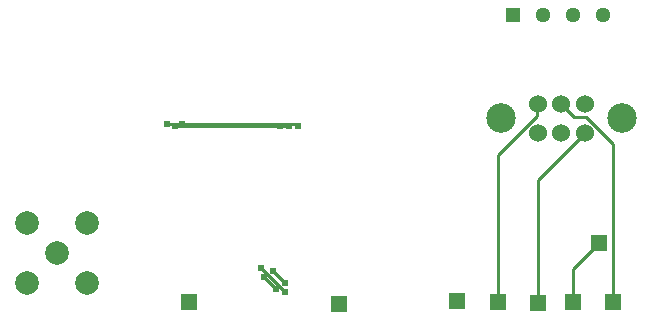
<source format=gbl>
G04 Layer: BottomLayer*
G04 EasyEDA Pro v2.2.37.7, 2025-04-12 19:39:53*
G04 Gerber Generator version 0.3*
G04 Scale: 100 percent, Rotated: No, Reflected: No*
G04 Dimensions in millimeters*
G04 Leading zeros omitted, absolute positions, 4 integers and 5 decimals*
%FSLAX45Y45*%
%MOMM*%
%ADD10R,1.4X1.4*%
%ADD11C,1.2954*%
%ADD12R,1.2954X1.2954*%
%ADD13C,2.0*%
%ADD14C,1.524*%
%ADD15C,2.49999*%
%ADD16C,0.61*%
%ADD17C,0.254*%
G75*


G04 Pad Start*
G54D10*
G01X-6933844Y2051501D03*
G01X-6302845Y2051742D03*
G01X-5959945Y2055502D03*
G01X-6598945Y2043741D03*
G01X-9552643Y2051501D03*
G01X-6083300Y2552700D03*
G54D11*
G01X-6045200Y4483100D03*
G01X-6299200Y4483100D03*
G01X-6553200Y4483100D03*
G54D12*
G01X-6807200Y4483100D03*
G54D13*
G01X-10668000Y2463800D03*
G01X-10922000Y2717800D03*
G01X-10922000Y2209800D03*
G01X-10414000Y2209800D03*
G01X-10414000Y2717800D03*
G54D14*
G01X-6600795Y3731804D03*
G01X-6400795Y3731804D03*
G01X-6200795Y3731804D03*
G01X-6600795Y3481817D03*
G01X-6400795Y3481817D03*
G01X-6200795Y3481817D03*
G54D15*
G01X-6910802Y3606810D03*
G01X-5890788Y3606810D03*
G54D10*
G01X-8282643Y2035042D03*
G01X-7283343Y2060442D03*
G04 Pad End*

G04 Via Start*
G54D16*
G01X-8736736Y2209800D03*
G01X-8838336Y2311400D03*
G01X-9614598Y3560801D03*
G01X-8784298Y3543300D03*
G01X-8812936Y2159000D03*
G01X-8914536Y2260600D03*
G01X-9673298Y3543300D03*
G01X-8708098Y3543300D03*
G01X-8736736Y2133600D03*
G01X-8939936Y2336800D03*
G01X-9741598Y3560801D03*
G01X-8631898Y3543300D03*
G04 Via End*

G04 Track Start*
G54D17*
G01X-6598945Y2043741D02*
G01X-6598945Y3083667D01*
G01X-6933844Y3296101D02*
G01X-6603644Y3626301D01*
G01X-6603644Y3728954D01*
G01X-8736736Y2209800D02*
G01X-8838336Y2311400D01*
G01X-5959945Y2055502D02*
G01X-5959945Y3392554D01*
G01X-6188545Y3621154D01*
G01X-6290145Y3621154D01*
G01X-6302845Y2333155D02*
G01X-6083300Y2552700D01*
G01X-8801798Y3560801D02*
G01X-8784298Y3543300D01*
G01X-8812936Y2159000D02*
G01X-8914536Y2260600D01*
G01X-9673298Y3543300D02*
G01X-8784298Y3543300D01*
G01X-8708098Y3543300D01*
G01X-6598945Y3083667D02*
G01X-6200795Y3481817D01*
G01X-6933844Y2051501D02*
G01X-6933844Y3296101D01*
G01X-6603644Y3728954D02*
G01X-6600795Y3731804D01*
G01X-8736736Y2133600D02*
G01X-8939936Y2336800D01*
G01X-6290145Y3621154D02*
G01X-6400795Y3731804D01*
G01X-6302845Y2051742D02*
G01X-6302845Y2333155D01*
G01X-8649398Y3560801D02*
G01X-8631898Y3543300D01*
G01X-9741598Y3560801D02*
G01X-9614598Y3560801D01*
G01X-8801798Y3560801D01*
G01X-8649398Y3560801D01*
G04 Track End*

M02*


</source>
